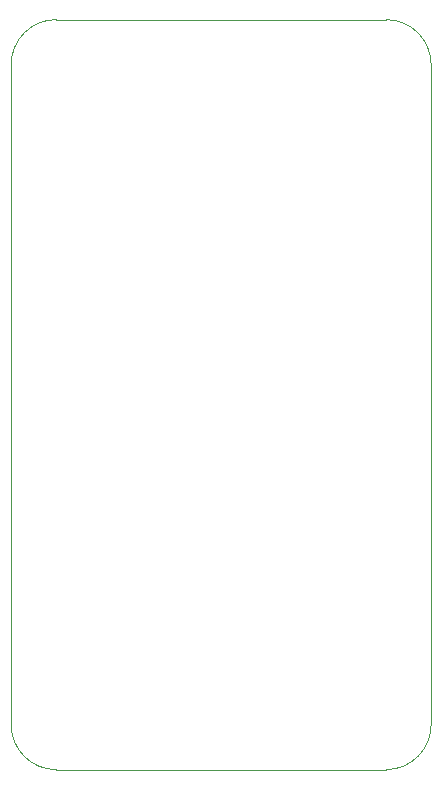
<source format=gbr>
%TF.GenerationSoftware,KiCad,Pcbnew,7.0.6*%
%TF.CreationDate,2023-07-17T12:15:40-04:00*%
%TF.ProjectId,mcp23s17_single_breakout,6d637032-3373-4313-975f-73696e676c65,rev?*%
%TF.SameCoordinates,Original*%
%TF.FileFunction,Profile,NP*%
%FSLAX46Y46*%
G04 Gerber Fmt 4.6, Leading zero omitted, Abs format (unit mm)*
G04 Created by KiCad (PCBNEW 7.0.6) date 2023-07-17 12:15:40*
%MOMM*%
%LPD*%
G01*
G04 APERTURE LIST*
%TA.AperFunction,Profile*%
%ADD10C,0.100000*%
%TD*%
G04 APERTURE END LIST*
D10*
X194310000Y-121920000D02*
G75*
G03*
X198120000Y-118110000I0J3810000D01*
G01*
X198120000Y-62230000D02*
G75*
G03*
X194310000Y-58420000I-3810000J0D01*
G01*
X194310000Y-121920000D02*
X166370000Y-121920000D01*
X198120000Y-62230000D02*
X198120000Y-118110000D01*
X166370000Y-58420000D02*
X194310000Y-58420000D01*
X166370000Y-58420000D02*
G75*
G03*
X162560000Y-62230000I0J-3810000D01*
G01*
X162560000Y-118110000D02*
G75*
G03*
X166370000Y-121920000I3810000J0D01*
G01*
X162560000Y-118110000D02*
X162560000Y-62230000D01*
M02*

</source>
